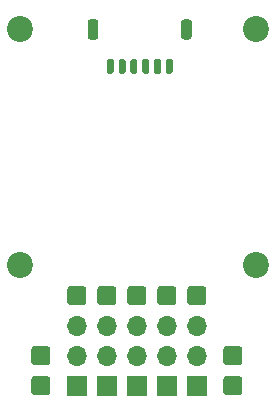
<source format=gbr>
%TF.GenerationSoftware,KiCad,Pcbnew,(5.1.9)-1*%
%TF.CreationDate,2022-05-30T22:22:16+01:00*%
%TF.ProjectId,5-servos,352d7365-7276-46f7-932e-6b696361645f,rev?*%
%TF.SameCoordinates,Original*%
%TF.FileFunction,Soldermask,Top*%
%TF.FilePolarity,Negative*%
%FSLAX46Y46*%
G04 Gerber Fmt 4.6, Leading zero omitted, Abs format (unit mm)*
G04 Created by KiCad (PCBNEW (5.1.9)-1) date 2022-05-30 22:22:16*
%MOMM*%
%LPD*%
G01*
G04 APERTURE LIST*
%ADD10C,2.200000*%
%ADD11O,1.700000X1.700000*%
%ADD12R,1.700000X1.700000*%
G04 APERTURE END LIST*
%TO.C,J10*%
G36*
G01*
X103594000Y-130598000D02*
X103594000Y-129498000D01*
G75*
G02*
X103844000Y-129248000I250000J0D01*
G01*
X104944000Y-129248000D01*
G75*
G02*
X105194000Y-129498000I0J-250000D01*
G01*
X105194000Y-130598000D01*
G75*
G02*
X104944000Y-130848000I-250000J0D01*
G01*
X103844000Y-130848000D01*
G75*
G02*
X103594000Y-130598000I0J250000D01*
G01*
G37*
%TD*%
%TO.C,J6*%
G36*
G01*
X103594000Y-133138000D02*
X103594000Y-132038000D01*
G75*
G02*
X103844000Y-131788000I250000J0D01*
G01*
X104944000Y-131788000D01*
G75*
G02*
X105194000Y-132038000I0J-250000D01*
G01*
X105194000Y-133138000D01*
G75*
G02*
X104944000Y-133388000I-250000J0D01*
G01*
X103844000Y-133388000D01*
G75*
G02*
X103594000Y-133138000I0J250000D01*
G01*
G37*
%TD*%
D10*
%TO.C,H4*%
X122596000Y-122376000D03*
%TD*%
%TO.C,J13*%
G36*
G01*
X108242000Y-124418000D02*
X108242000Y-125518000D01*
G75*
G02*
X107992000Y-125768000I-250000J0D01*
G01*
X106892000Y-125768000D01*
G75*
G02*
X106642000Y-125518000I0J250000D01*
G01*
X106642000Y-124418000D01*
G75*
G02*
X106892000Y-124168000I250000J0D01*
G01*
X107992000Y-124168000D01*
G75*
G02*
X108242000Y-124418000I0J-250000D01*
G01*
G37*
%TD*%
%TO.C,J12*%
G36*
G01*
X116802000Y-125518000D02*
X116802000Y-124418000D01*
G75*
G02*
X117052000Y-124168000I250000J0D01*
G01*
X118152000Y-124168000D01*
G75*
G02*
X118402000Y-124418000I0J-250000D01*
G01*
X118402000Y-125518000D01*
G75*
G02*
X118152000Y-125768000I-250000J0D01*
G01*
X117052000Y-125768000D01*
G75*
G02*
X116802000Y-125518000I0J250000D01*
G01*
G37*
%TD*%
D11*
%TO.C,J11*%
X117602000Y-127508000D03*
X117602000Y-130048000D03*
D12*
X117602000Y-132588000D03*
%TD*%
%TO.C,J10*%
G36*
G01*
X119850000Y-130598000D02*
X119850000Y-129498000D01*
G75*
G02*
X120100000Y-129248000I250000J0D01*
G01*
X121200000Y-129248000D01*
G75*
G02*
X121450000Y-129498000I0J-250000D01*
G01*
X121450000Y-130598000D01*
G75*
G02*
X121200000Y-130848000I-250000J0D01*
G01*
X120100000Y-130848000D01*
G75*
G02*
X119850000Y-130598000I0J250000D01*
G01*
G37*
%TD*%
%TO.C,J9*%
G36*
G01*
X114262000Y-125518000D02*
X114262000Y-124418000D01*
G75*
G02*
X114512000Y-124168000I250000J0D01*
G01*
X115612000Y-124168000D01*
G75*
G02*
X115862000Y-124418000I0J-250000D01*
G01*
X115862000Y-125518000D01*
G75*
G02*
X115612000Y-125768000I-250000J0D01*
G01*
X114512000Y-125768000D01*
G75*
G02*
X114262000Y-125518000I0J250000D01*
G01*
G37*
%TD*%
%TO.C,J8*%
G36*
G01*
X111722000Y-125518000D02*
X111722000Y-124418000D01*
G75*
G02*
X111972000Y-124168000I250000J0D01*
G01*
X113072000Y-124168000D01*
G75*
G02*
X113322000Y-124418000I0J-250000D01*
G01*
X113322000Y-125518000D01*
G75*
G02*
X113072000Y-125768000I-250000J0D01*
G01*
X111972000Y-125768000D01*
G75*
G02*
X111722000Y-125518000I0J250000D01*
G01*
G37*
%TD*%
%TO.C,J7*%
G36*
G01*
X109182000Y-125518000D02*
X109182000Y-124418000D01*
G75*
G02*
X109432000Y-124168000I250000J0D01*
G01*
X110532000Y-124168000D01*
G75*
G02*
X110782000Y-124418000I0J-250000D01*
G01*
X110782000Y-125518000D01*
G75*
G02*
X110532000Y-125768000I-250000J0D01*
G01*
X109432000Y-125768000D01*
G75*
G02*
X109182000Y-125518000I0J250000D01*
G01*
G37*
%TD*%
%TO.C,J6*%
G36*
G01*
X119850000Y-133138000D02*
X119850000Y-132038000D01*
G75*
G02*
X120100000Y-131788000I250000J0D01*
G01*
X121200000Y-131788000D01*
G75*
G02*
X121450000Y-132038000I0J-250000D01*
G01*
X121450000Y-133138000D01*
G75*
G02*
X121200000Y-133388000I-250000J0D01*
G01*
X120100000Y-133388000D01*
G75*
G02*
X119850000Y-133138000I0J250000D01*
G01*
G37*
%TD*%
%TO.C,J1*%
G36*
G01*
X109276000Y-101811000D02*
X109276000Y-103061000D01*
G75*
G02*
X109051000Y-103286000I-225000J0D01*
G01*
X108601000Y-103286000D01*
G75*
G02*
X108376000Y-103061000I0J225000D01*
G01*
X108376000Y-101811000D01*
G75*
G02*
X108601000Y-101586000I225000J0D01*
G01*
X109051000Y-101586000D01*
G75*
G02*
X109276000Y-101811000I0J-225000D01*
G01*
G37*
G36*
G01*
X117176000Y-101811000D02*
X117176000Y-103061000D01*
G75*
G02*
X116951000Y-103286000I-225000J0D01*
G01*
X116501000Y-103286000D01*
G75*
G02*
X116276000Y-103061000I0J225000D01*
G01*
X116276000Y-101811000D01*
G75*
G02*
X116501000Y-101586000I225000J0D01*
G01*
X116951000Y-101586000D01*
G75*
G02*
X117176000Y-101811000I0J-225000D01*
G01*
G37*
G36*
G01*
X110576000Y-105086000D02*
X110576000Y-106036000D01*
G75*
G02*
X110426000Y-106186000I-150000J0D01*
G01*
X110126000Y-106186000D01*
G75*
G02*
X109976000Y-106036000I0J150000D01*
G01*
X109976000Y-105086000D01*
G75*
G02*
X110126000Y-104936000I150000J0D01*
G01*
X110426000Y-104936000D01*
G75*
G02*
X110576000Y-105086000I0J-150000D01*
G01*
G37*
G36*
G01*
X111576000Y-105086000D02*
X111576000Y-106036000D01*
G75*
G02*
X111426000Y-106186000I-150000J0D01*
G01*
X111126000Y-106186000D01*
G75*
G02*
X110976000Y-106036000I0J150000D01*
G01*
X110976000Y-105086000D01*
G75*
G02*
X111126000Y-104936000I150000J0D01*
G01*
X111426000Y-104936000D01*
G75*
G02*
X111576000Y-105086000I0J-150000D01*
G01*
G37*
G36*
G01*
X112576000Y-105086000D02*
X112576000Y-106036000D01*
G75*
G02*
X112426000Y-106186000I-150000J0D01*
G01*
X112126000Y-106186000D01*
G75*
G02*
X111976000Y-106036000I0J150000D01*
G01*
X111976000Y-105086000D01*
G75*
G02*
X112126000Y-104936000I150000J0D01*
G01*
X112426000Y-104936000D01*
G75*
G02*
X112576000Y-105086000I0J-150000D01*
G01*
G37*
G36*
G01*
X113576000Y-105086000D02*
X113576000Y-106036000D01*
G75*
G02*
X113426000Y-106186000I-150000J0D01*
G01*
X113126000Y-106186000D01*
G75*
G02*
X112976000Y-106036000I0J150000D01*
G01*
X112976000Y-105086000D01*
G75*
G02*
X113126000Y-104936000I150000J0D01*
G01*
X113426000Y-104936000D01*
G75*
G02*
X113576000Y-105086000I0J-150000D01*
G01*
G37*
G36*
G01*
X114576000Y-105086000D02*
X114576000Y-106036000D01*
G75*
G02*
X114426000Y-106186000I-150000J0D01*
G01*
X114126000Y-106186000D01*
G75*
G02*
X113976000Y-106036000I0J150000D01*
G01*
X113976000Y-105086000D01*
G75*
G02*
X114126000Y-104936000I150000J0D01*
G01*
X114426000Y-104936000D01*
G75*
G02*
X114576000Y-105086000I0J-150000D01*
G01*
G37*
G36*
G01*
X115576000Y-105086000D02*
X115576000Y-106036000D01*
G75*
G02*
X115426000Y-106186000I-150000J0D01*
G01*
X115126000Y-106186000D01*
G75*
G02*
X114976000Y-106036000I0J150000D01*
G01*
X114976000Y-105086000D01*
G75*
G02*
X115126000Y-104936000I150000J0D01*
G01*
X115426000Y-104936000D01*
G75*
G02*
X115576000Y-105086000I0J-150000D01*
G01*
G37*
%TD*%
D11*
%TO.C,J5*%
X115062000Y-127508000D03*
X115062000Y-130048000D03*
D12*
X115062000Y-132588000D03*
%TD*%
D11*
%TO.C,J4*%
X112522000Y-127508000D03*
X112522000Y-130048000D03*
D12*
X112522000Y-132588000D03*
%TD*%
D11*
%TO.C,J3*%
X109982000Y-127508000D03*
X109982000Y-130048000D03*
D12*
X109982000Y-132588000D03*
%TD*%
D11*
%TO.C,J2*%
X107442000Y-127508000D03*
X107442000Y-130048000D03*
D12*
X107442000Y-132588000D03*
%TD*%
D10*
%TO.C,H3*%
X122596000Y-102376000D03*
%TD*%
%TO.C,H2*%
X102596000Y-122376000D03*
%TD*%
%TO.C,H1*%
X102596000Y-102376000D03*
%TD*%
M02*

</source>
